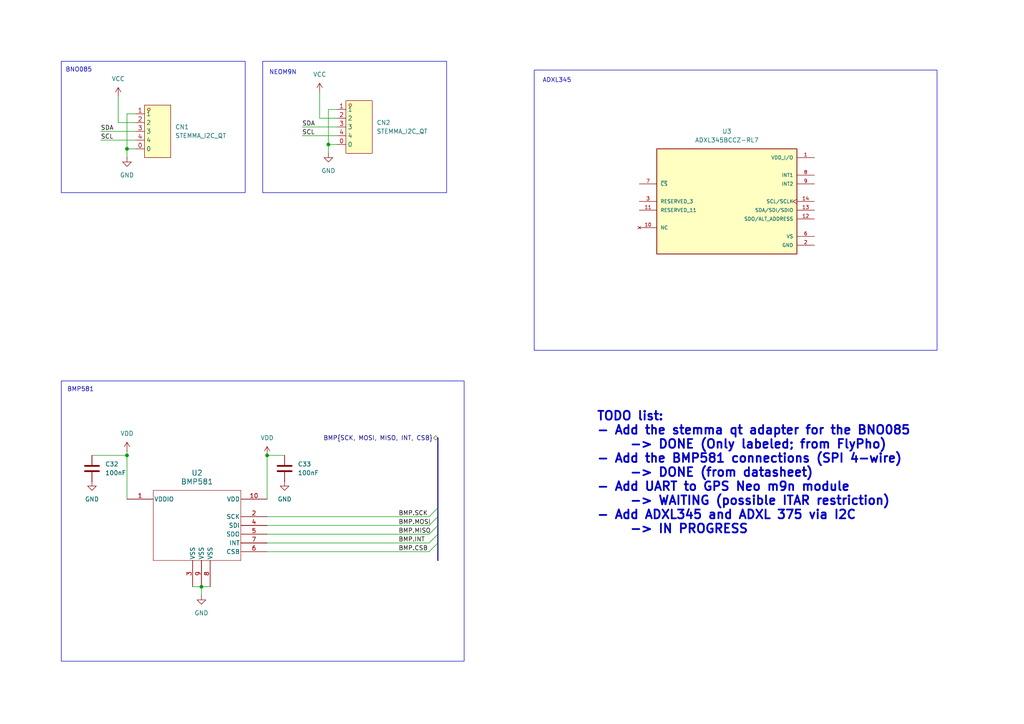
<source format=kicad_sch>
(kicad_sch (version 20250114) (generator "eeschema") (generator_version "9.0")
  (paper "A4")
  (lib_symbols
    (symbol "ADXL345BCCZ-RL7:ADXL345BCCZ-RL7" (pin_names (offset 1.016))
      (property "Reference" "U" (at -20.32 15.748 0))
      (property "Value" "ADXL345BCCZ-RL7" (at -20.32 -17.78 0))
      (symbol "ADXL345BCCZ-RL7_0_0"
        (rectangle (start -20.32 -15.24) (end 20.32 15.24) (stroke (width 0.254)) (fill (type background)))
        (pin input line (at -25.4 5.08 0) (length 5.08) (name "~{CS}") (number "7"))
        (pin passive line (at -25.4 0 0) (length 5.08) (name "RESERVED_3") (number "3"))
        (pin passive line (at -25.4 -2.54 0) (length 5.08) (name "RESERVED_11") (number "11"))
        (pin no_connect line (at -25.4 -7.62 0) (length 5.08) (name "NC") (number "10"))
        (pin power_in line (at 25.4 12.7 180) (length 5.08) (name "VDD_I/O") (number "1"))
        (pin output line (at 25.4 7.62 180) (length 5.08) (name "INT1") (number "8"))
        (pin output line (at 25.4 5.08 180) (length 5.08) (name "INT2") (number "9"))
        (pin bidirectional clock (at 25.4 0 180) (length 5.08) (name "SCL/SCLK") (number "14"))
        (pin bidirectional line (at 25.4 -2.54 180) (length 5.08) (name "SDA/SDI/SDIO") (number "13"))
        (pin output line (at 25.4 -5.08 180) (length 5.08) (name "SDO/ALT_ADDRESS") (number "12"))
        (pin power_in line (at 25.4 -10.16 180) (length 5.08) (name "VS") (number "6"))
        (pin power_in line (at 25.4 -12.7 180) (length 5.08) (name "GND") (number "2"))
        (pin power_in line (at 25.4 -12.7 180) (length 5.08) (hide yes) (name "GND") (number "4"))
        (pin power_in line (at 25.4 -12.7 180) (length 5.08) (hide yes) (name "GND") (number "5"))
      )
    )
    (symbol "CONN-SMD_BM04B-SRSS-TB:BM04B-SRSS-TB(LF)(SN)"
      (property "Reference" "CN" (at 0 10.16 0))
      (property "Value" "BM04B-SRSS-TB(LF)(SN)" (at 0 -10.16 0))
      (symbol "BM04B-SRSS-TB(LF)(SN)_0_1"
        (rectangle (start -2.54 7.62) (end 5.08 -7.62) (fill (type background)))
        (circle (center -1.27 6.35) (radius 0.38))
        (pin unspecified line (at -5.08 5.08 0) (length 2.54) (name "1") (number "1"))
        (pin unspecified line (at -5.08 2.54 0) (length 2.54) (name "2") (number "2"))
        (pin unspecified line (at -5.08 0 0) (length 2.54) (name "3") (number "3"))
        (pin unspecified line (at -5.08 -2.54 0) (length 2.54) (name "4") (number "4"))
        (pin unspecified line (at -5.08 -5.08 0) (length 2.54) (name "0") (number "0"))
      )
    )
    (symbol "Device:C" (pin_numbers (hide yes)) (pin_names (offset 0.254))
      (property "Reference" "C" (at 0.635 2.54 0))
      (property "Value" "C" (at 0.635 -2.54 0))
      (symbol "C_0_1"
        (polyline (pts (xy -2.032 0.762) (xy 2.032 0.762)) (stroke (width 0.508)))
        (polyline (pts (xy -2.032 -0.762) (xy 2.032 -0.762)) (stroke (width 0.508)))
      )
      (symbol "C_1_1"
        (pin passive line (at 0 3.81 270) (length 2.794) (name "~") (number "1"))
        (pin passive line (at 0 -3.81 90) (length 2.794) (name "~") (number "2"))
      )
    )
    (symbol "bmp581:BMP581" (pin_names (offset 0.254))
      (property "Reference" "U2" (at 20.32 10.16 0))
      (property "Value" "BMP581" (at 20.32 7.62 0))
      (symbol "BMP581_0_1"
        (polyline (pts (xy 7.62 5.08) (xy 7.62 -15.24)) (stroke (width 0.127)))
        (polyline (pts (xy 7.62 -15.24) (xy 33.02 -15.24)) (stroke (width 0.127)))
        (polyline (pts (xy 33.02 5.08) (xy 7.62 5.08)) (stroke (width 0.127)))
        (polyline (pts (xy 33.02 -15.24) (xy 33.02 5.08)) (stroke (width 0.127)))
        (pin power_in line (at 0 2.54 0) (length 7.62) (name "VDDIO") (number "1"))
        (pin power_out line (at 19.05 -22.86 90) (length 7.62) (name "VSS") (number "3"))
        (pin power_out line (at 21.59 -22.86 90) (length 7.62) (name "VSS") (number "9"))
        (pin power_out line (at 24.13 -22.86 90) (length 7.62) (name "VSS") (number "8"))
        (pin power_in line (at 40.64 2.54 180) (length 7.62) (name "VDD") (number "10"))
        (pin unspecified line (at 40.64 -2.54 180) (length 7.62) (name "SCK") (number "2"))
        (pin unspecified line (at 40.64 -5.08 180) (length 7.62) (name "SDI") (number "4"))
        (pin unspecified line (at 40.64 -7.62 180) (length 7.62) (name "SDO") (number "5"))
        (pin input line (at 40.64 -10.16 180) (length 7.62) (name "INT") (number "7"))
        (pin unspecified line (at 40.64 -12.7 180) (length 7.62) (name "CSB") (number "6"))
      )
    )
    (symbol "power:GND" (power) (pin_numbers (hide yes)) (pin_names (offset 0) (hide yes))
      (property "Value" "GND" (at 0 -3.81 0))
      (symbol "GND_0_1"
        (polyline (pts (xy 0 0) (xy 0 -1.27) (xy 1.27 -1.27) (xy 0 -2.54) (xy -1.27 -1.27) (xy 0 -1.27)))
      )
      (symbol "GND_1_1"
        (pin power_in line (at 0 0 270) (length 0) (name "~") (number "1"))
      )
    )
    (symbol "power:VCC" (power) (pin_numbers (hide yes)) (pin_names (offset 0) (hide yes))
      (property "Value" "VCC" (at 0 3.556 0))
      (symbol "VCC_0_1"
        (polyline (pts (xy -0.762 1.27) (xy 0 2.54)))
        (polyline (pts (xy 0 2.54) (xy 0.762 1.27)))
        (polyline (pts (xy 0 0) (xy 0 2.54)))
      )
      (symbol "VCC_1_1"
        (pin power_in line (at 0 0 90) (length 0) (name "~") (number "1"))
      )
    )
    (symbol "power:VDD" (power) (pin_numbers (hide yes)) (pin_names (offset 0) (hide yes))
      (property "Value" "VDD" (at 0 3.556 0))
      (symbol "VDD_0_1"
        (polyline (pts (xy -0.762 1.27) (xy 0 2.54)))
        (polyline (pts (xy 0 2.54) (xy 0.762 1.27)))
        (polyline (pts (xy 0 0) (xy 0 2.54)))
      )
      (symbol "VDD_1_1"
        (pin power_in line (at 0 0 90) (length 0) (name "~") (number "1"))
      )
    )
  )
  (rectangle (start 17.78 110.49) (end 134.62 191.77) (stroke (width 0.1524)))
  (rectangle (start 76.2 17.78) (end 129.54 55.88) (stroke (width 0.1524)))
  (rectangle (start 17.78 17.78) (end 71.12 55.88) (stroke (width 0.1524)))
  (rectangle (start 154.94 20.32) (end 271.78 101.6) (stroke (width 0.1524)))
  (text "NEOM9N" (at 82.042 21.082 0) (effects (font (size 1.27 1.27))))
  (text "TODO list:\n- Add the stemma qt adapter for the BNO085 \n	-> DONE (Only labeled; from FlyPho)\n- Add the BMP581 connections (SPI 4-wire) \n	-> DONE (from datasheet)\n- Add UART to GPS Neo m9n module\n	-> WAITING (possible ITAR restriction)\n- Add ADXL345 and ADXL 375 via I2C\n	-> IN PROGRESS\n" (at 172.974 137.16 0) (effects (font (size 2.54 2.54) (thickness 0.508) (bold yes)) (justify left)))
  (text "BNO085" (at 22.86 20.32 0) (effects (font (size 1.27 1.27))))
  (text "ADXL345" (at 161.544 23.368 0) (effects (font (size 1.27 1.27))))
  (text "BMP581" (at 23.368 113.03 0) (effects (font (size 1.27 1.27))))
  (junction (at 36.83 132.08))
  (junction (at 95.25 41.91))
  (junction (at 58.42 170.18))
  (junction (at 36.83 43.18))
  (junction (at 77.47 132.08))
  (bus_entry (at 127 152.4) (size -2.54 2.54))
  (bus_entry (at 127 154.94) (size -2.54 2.54))
  (bus_entry (at 127 149.86) (size -2.54 2.54))
  (bus_entry (at 127 147.32) (size -2.54 2.54))
  (bus_entry (at 127 157.48) (size -2.54 2.54))
  (wire (pts (xy 55.88 170.18) (xy 58.42 170.18)))
  (wire (pts (xy 92.71 26.67) (xy 92.71 34.29)))
  (wire (pts (xy 87.63 39.37) (xy 97.79 39.37)))
  (wire (pts (xy 39.37 33.02) (xy 36.83 33.02)))
  (wire (pts (xy 95.25 41.91) (xy 95.25 44.45)))
  (wire (pts (xy 34.29 35.56) (xy 39.37 35.56)))
  (wire (pts (xy 95.25 31.75) (xy 95.25 41.91)))
  (bus (pts (xy 127 149.86) (xy 127 152.4)))
  (bus (pts (xy 127 147.32) (xy 127 149.86)))
  (wire (pts (xy 36.83 132.08) (xy 36.83 130.81)))
  (wire (pts (xy 87.63 36.83) (xy 97.79 36.83)))
  (wire (pts (xy 34.29 27.94) (xy 34.29 35.56)))
  (wire (pts (xy 97.79 31.75) (xy 95.25 31.75)))
  (wire (pts (xy 36.83 43.18) (xy 39.37 43.18)))
  (wire (pts (xy 95.25 41.91) (xy 97.79 41.91)))
  (wire (pts (xy 77.47 160.02) (xy 124.46 160.02)))
  (wire (pts (xy 77.47 154.94) (xy 124.46 154.94)))
  (wire (pts (xy 77.47 149.86) (xy 124.46 149.86)))
  (bus (pts (xy 127 152.4) (xy 127 154.94)))
  (wire (pts (xy 92.71 34.29) (xy 97.79 34.29)))
  (wire (pts (xy 77.47 157.48) (xy 124.46 157.48)))
  (wire (pts (xy 77.47 152.4) (xy 124.46 152.4)))
  (bus (pts (xy 127 157.48) (xy 127 162.56)))
  (wire (pts (xy 77.47 132.08) (xy 82.55 132.08)))
  (wire (pts (xy 26.67 132.08) (xy 36.83 132.08)))
  (wire (pts (xy 58.42 170.18) (xy 60.96 170.18)))
  (wire (pts (xy 36.83 33.02) (xy 36.83 43.18)))
  (wire (pts (xy 36.83 132.08) (xy 36.83 144.78)))
  (wire (pts (xy 77.47 132.08) (xy 77.47 144.78)))
  (bus (pts (xy 127 154.94) (xy 127 157.48)))
  (wire (pts (xy 29.21 40.64) (xy 39.37 40.64)))
  (wire (pts (xy 29.21 38.1) (xy 39.37 38.1)))
  (bus (pts (xy 127 127) (xy 127 147.32)))
  (wire (pts (xy 58.42 170.18) (xy 58.42 172.72)))
  (wire (pts (xy 36.83 43.18) (xy 36.83 45.72)))
  (label "SCL" (at 29.21 40.64 0))
  (label "SDA" (at 87.63 36.83 0))
  (label "BMP.MOSI" (at 115.57 152.4 0))
  (label "BMP.SCK" (at 115.57 149.86 0))
  (label "BMP.MISO" (at 115.57 154.94 0))
  (label "SDA" (at 29.21 38.1 0))
  (label "BMP.CSB" (at 115.57 160.02 0))
  (label "BMP.INT" (at 115.57 157.48 0))
  (label "SCL" (at 87.63 39.37 0))
  (hierarchical_label "BMP{SCK, MOSI, MISO, INT, CSB}" (shape bidirectional) (at 127 127 180))
  (symbol (lib_id "bmp581:BMP581") (at 36.83 147.32 0) (unit 1)
    (property "Reference" "U2" (at 57.15 137.16 0) (effects (font (size 1.524 1.524))))
    (property "Value" "BMP581" (at 57.15 139.7 0) (effects (font (size 1.524 1.524))))
    (property "Footprint" "QFN10_BMP581_BOS" (effects (hide yes)))
    (property "Datasheet" "BMP581" (effects (hide yes)))
  )
  (symbol (lib_id "Device:C") (at 26.67 135.89 0) (unit 1)
    (property "Reference" "C32" (at 30.48 134.6199 0) (effects (justify left)))
    (property "Value" "100nF" (at 30.48 137.1599 0) (effects (justify left)))
    (property "Description" "Unpolarized capacitor" (effects (hide yes)))
  )
  (symbol (lib_id "CONN-SMD_BM04B-SRSS-TB:BM04B-SRSS-TB(LF)(SN)") (at 44.45 38.1 0) (unit 1)
    (property "Reference" "CN1" (at 50.8 36.8299 0) (effects (justify left)))
    (property "Value" "STEMMA_I2C_QT" (at 50.8 39.3699 0) (effects (justify left)))
    (property "Footprint" "easyeda2kicad:CONN-SMD_BM04B-SRSS-TB" (effects (hide yes)))
    (property "Datasheet" "https://lcsc.com/product-detail/Others_JST-Sales-America__JST-Sales-America-BM04B-SRSS-TB-LF-SN_C160390.html" (effects (hide yes)))
    (property "LCSC Part" "C160390" (effects (hide yes)))
  )
  (symbol (lib_id "power:VDD") (at 36.83 130.81 0) (unit 1)
    (property "Reference" "#PWR048" (effects (hide yes)))
    (property "Value" "VDD" (at 36.83 125.73 0))
    (property "Description" "Power symbol creates a global label with name \"VDD\"" (effects (hide yes)))
  )
  (symbol (lib_id "power:GND") (at 26.67 139.7 0) (unit 1)
    (property "Reference" "#PWR050" (effects (hide yes)))
    (property "Value" "GND" (at 26.67 144.78 0))
    (property "Description" "Power symbol creates a global label with name \"GND\" , ground" (effects (hide yes)))
  )
  (symbol (lib_id "power:GND") (at 58.42 172.72 0) (unit 1)
    (property "Reference" "#PWR052" (effects (hide yes)))
    (property "Value" "GND" (at 58.42 177.8 0))
    (property "Description" "Power symbol creates a global label with name \"GND\" , ground" (effects (hide yes)))
  )
  (symbol (lib_id "power:VCC") (at 92.71 26.67 0) (unit 1)
    (property "Reference" "#PWR053" (effects (hide yes)))
    (property "Value" "VCC" (at 92.71 21.59 0))
    (property "Description" "Power symbol creates a global label with name \"VCC\"" (effects (hide yes)))
  )
  (symbol (lib_id "Device:C") (at 82.55 135.89 0) (unit 1)
    (property "Reference" "C33" (at 86.36 134.6199 0) (effects (justify left)))
    (property "Value" "100nF" (at 86.36 137.1599 0) (effects (justify left)))
    (property "Description" "Unpolarized capacitor" (effects (hide yes)))
  )
  (symbol (lib_id "power:GND") (at 36.83 45.72 0) (unit 1)
    (property "Reference" "#PWR047" (effects (hide yes)))
    (property "Value" "GND" (at 36.83 50.8 0))
    (property "Description" "Power symbol creates a global label with name \"GND\" , ground" (effects (hide yes)))
  )
  (symbol (lib_id "power:GND") (at 95.25 44.45 0) (unit 1)
    (property "Reference" "#PWR054" (effects (hide yes)))
    (property "Value" "GND" (at 95.25 49.53 0))
    (property "Description" "Power symbol creates a global label with name \"GND\" , ground" (effects (hide yes)))
  )
  (symbol (lib_id "power:VDD") (at 77.47 132.08 0) (unit 1)
    (property "Reference" "#PWR049" (effects (hide yes)))
    (property "Value" "VDD" (at 77.47 127 0))
    (property "Description" "Power symbol creates a global label with name \"VDD\"" (effects (hide yes)))
  )
  (symbol (lib_id "ADXL345BCCZ-RL7:ADXL345BCCZ-RL7") (at 210.82 58.42 0) (unit 1)
    (property "Reference" "U3" (at 210.82 38.1 0))
    (property "Value" "ADXL345BCCZ-RL7" (at 210.82 40.64 0))
    (property "Footprint" "ADXL345BCCZ-RL7:PQFN80P500X300X100-14N" (effects (hide yes)))
    (property "MF" "Analog Devices" (effects (hide yes)))
    (property "SNAPEDA_PACKAGE_ID" "105924" (effects (hide yes)))
    (property "MAXIMUM_PACKAGE_HEIGHT" "1 mm" (effects (hide yes)))
    (property "Price" "None" (effects (hide yes)))
    (property "Package" "LGA -14 Analog Devices" (effects (hide yes)))
    (property "Check_prices" "https://www.snapeda.com/parts/ADXL345BCCZ-RL7/Analog+Devices/view-part/?ref=eda" (effects (hide yes)))
    (property "STANDARD" "IPC 7351B" (effects (hide yes)))
    (property "PARTREV" "B" (effects (hide yes)))
    (property "SnapEDA_Link" "https://www.snapeda.com/parts/ADXL345BCCZ-RL7/Analog+Devices/view-part/?ref=snap" (effects (hide yes)))
    (property "MP" "ADXL345BCCZ-RL7" (effects (hide yes)))
    (property "Description_1" "3-Axis, ±2 g/±4 g/±8 g/±16 g Digital Accelerometer" (effects (hide yes)))
    (property "MANUFACTURER" "Analog Devices" (effects (hide yes)))
    (property "Availability" "In Stock" (effects (hide yes)))
    (property "SNAPEDA_PN" "ADXL345BCCZ-RL7" (effects (hide yes)))
  )
  (symbol (lib_id "power:VCC") (at 34.29 27.94 0) (unit 1)
    (property "Reference" "#PWR034" (effects (hide yes)))
    (property "Value" "VCC" (at 34.29 22.86 0))
    (property "Description" "Power symbol creates a global label with name \"VCC\"" (effects (hide yes)))
  )
  (symbol (lib_id "CONN-SMD_BM04B-SRSS-TB:BM04B-SRSS-TB(LF)(SN)") (at 102.87 36.83 0) (unit 1)
    (property "Reference" "CN2" (at 109.22 35.5599 0) (effects (justify left)))
    (property "Value" "STEMMA_I2C_QT" (at 109.22 38.0999 0) (effects (justify left)))
    (property "Footprint" "easyeda2kicad:CONN-SMD_BM04B-SRSS-TB" (effects (hide yes)))
    (property "Datasheet" "https://lcsc.com/product-detail/Others_JST-Sales-America__JST-Sales-America-BM04B-SRSS-TB-LF-SN_C160390.html" (effects (hide yes)))
    (property "LCSC Part" "C160390" (effects (hide yes)))
  )
  (symbol (lib_id "power:GND") (at 82.55 139.7 0) (unit 1)
    (property "Reference" "#PWR051" (effects (hide yes)))
    (property "Value" "GND" (at 82.55 144.78 0))
    (property "Description" "Power symbol creates a global label with name \"GND\" , ground" (effects (hide yes)))
  )
)
</source>
